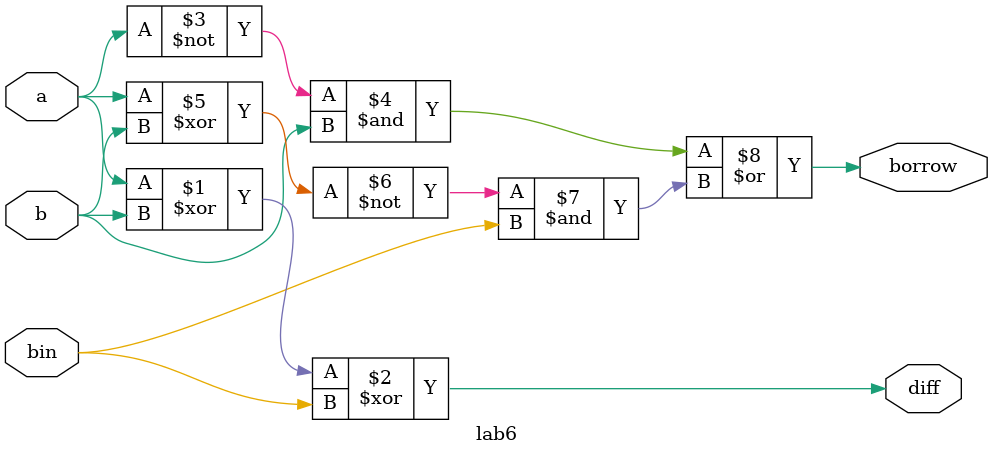
<source format=v>
module lab6 (
    input  wire a, b, bin,       // Inputs
    output wire diff, borrow     // Outputs
);

    // Logic equations
    assign diff   = a ^ b ^ bin;                  // Difference
    assign borrow = (~a & b) | (~(a ^ b) & bin);  // Borrow logic

endmodule

</source>
